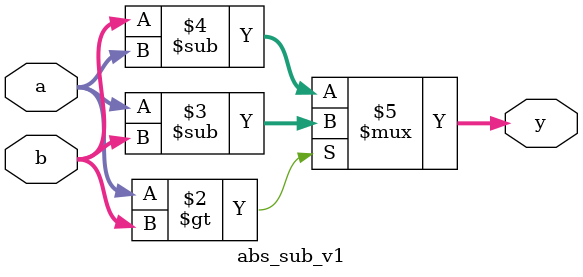
<source format=sv>
module abs_sub_v1
#(
  parameter W = 16
)
(
  input logic signed [W - 1 : 0] a, b,
  output logic signed [W : 0] y
);

  always_comb begin
    y = (a > b) ? (a - b) : (b - a);
  end
endmodule

</source>
